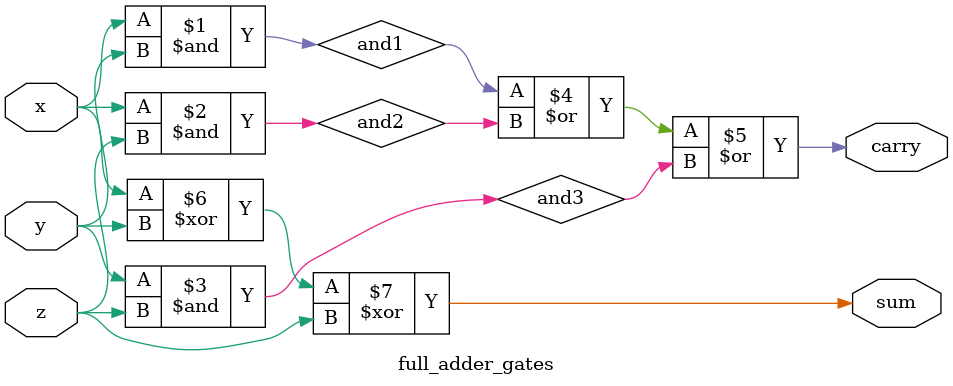
<source format=v>
module full_adder_gates(x,y,z,sum,carry);
input x,y,z;
output sum,carry;
wire and1,and2,and3,sum1;

and U_and1 (and1,x,y),
    U_and2 (and2,x,z),
    U_and3 (and3,y,z);
or  U_or   (carry,and1,and2,and3);
xor U_sum (sum,x,y,z);

endmodule

</source>
